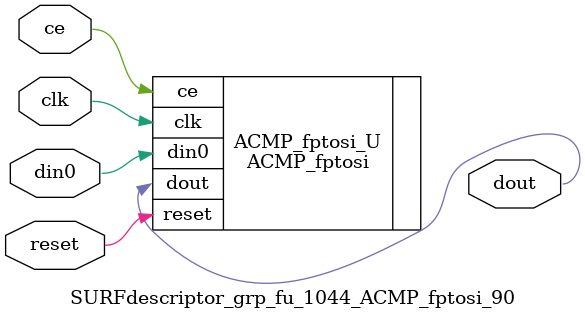
<source format=v>

`timescale 1 ns / 1 ps
module SURFdescriptor_grp_fu_1044_ACMP_fptosi_90(
    clk,
    reset,
    ce,
    din0,
    dout);

parameter ID = 32'd1;
parameter NUM_STAGE = 32'd1;
parameter din0_WIDTH = 32'd1;
parameter dout_WIDTH = 32'd1;
input clk;
input reset;
input ce;
input[din0_WIDTH - 1:0] din0;
output[dout_WIDTH - 1:0] dout;



ACMP_fptosi #(
.ID( ID ),
.NUM_STAGE( 3 ),
.din0_WIDTH( din0_WIDTH ),
.dout_WIDTH( dout_WIDTH ))
ACMP_fptosi_U(
    .clk( clk ),
    .reset( reset ),
    .ce( ce ),
    .din0( din0 ),
    .dout( dout ));

endmodule

</source>
